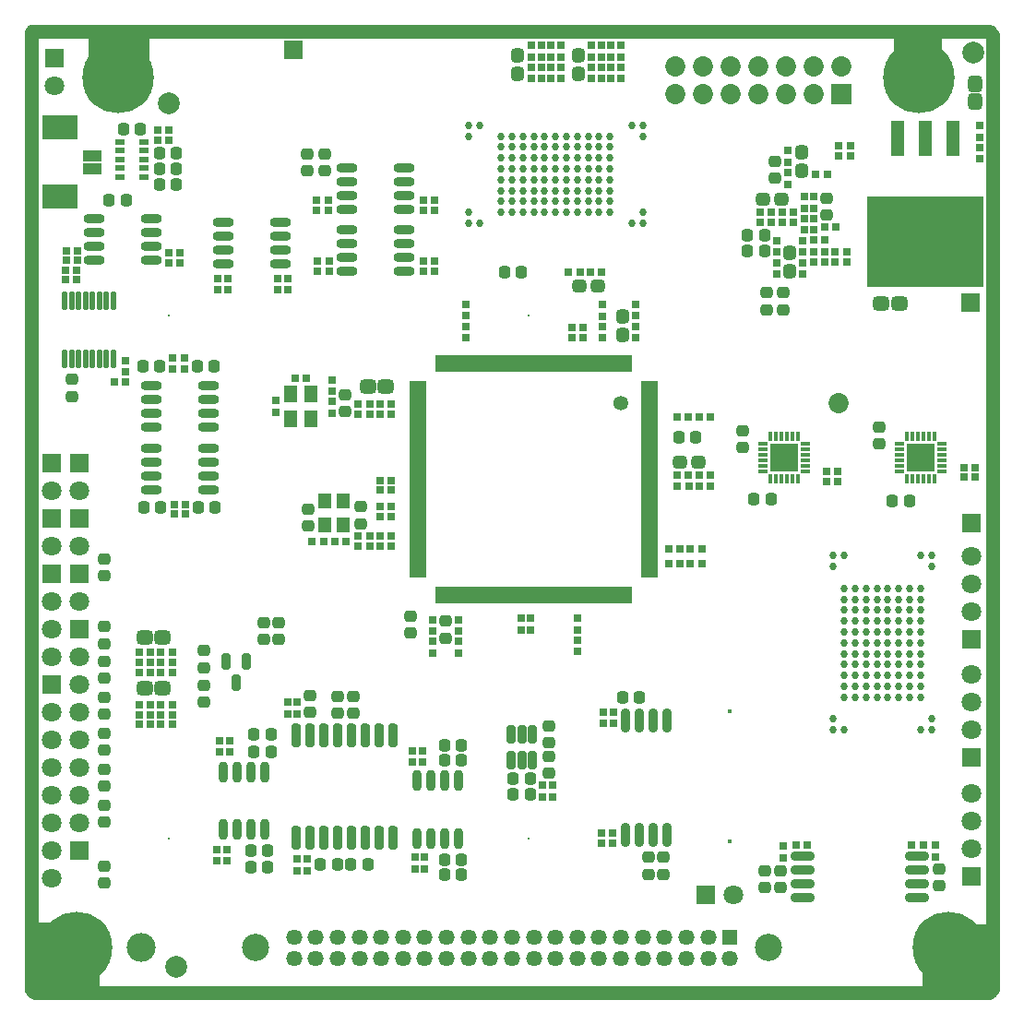
<source format=gbr>
G04*
G04 #@! TF.GenerationSoftware,Altium Limited,Altium Designer,24.9.1 (31)*
G04*
G04 Layer_Color=16711935*
%FSLAX44Y44*%
%MOMM*%
G71*
G04*
G04 #@! TF.SameCoordinates,6A9D4D84-9140-4673-ADE8-75025B522ADB*
G04*
G04*
G04 #@! TF.FilePolarity,Negative*
G04*
G01*
G75*
%ADD53C,1.3000*%
%ADD54R,5.5478X2.9001*%
%ADD56R,6.8000X6.4000*%
%ADD57R,6.5000X6.7000*%
%ADD58R,1.1532X1.4032*%
G04:AMPARAMS|DCode=59|XSize=1.8432mm|YSize=0.7932mm|CornerRadius=0.2491mm|HoleSize=0mm|Usage=FLASHONLY|Rotation=0.000|XOffset=0mm|YOffset=0mm|HoleType=Round|Shape=RoundedRectangle|*
%AMROUNDEDRECTD59*
21,1,1.8432,0.2950,0,0,0.0*
21,1,1.3450,0.7932,0,0,0.0*
1,1,0.4982,0.6725,-0.1475*
1,1,0.4982,-0.6725,-0.1475*
1,1,0.4982,-0.6725,0.1475*
1,1,0.4982,0.6725,0.1475*
%
%ADD59ROUNDEDRECTD59*%
G04:AMPARAMS|DCode=60|XSize=1.1532mm|YSize=1.0532mm|CornerRadius=0.3141mm|HoleSize=0mm|Usage=FLASHONLY|Rotation=270.000|XOffset=0mm|YOffset=0mm|HoleType=Round|Shape=RoundedRectangle|*
%AMROUNDEDRECTD60*
21,1,1.1532,0.4250,0,0,270.0*
21,1,0.5250,1.0532,0,0,270.0*
1,1,0.6282,-0.2125,-0.2625*
1,1,0.6282,-0.2125,0.2625*
1,1,0.6282,0.2125,0.2625*
1,1,0.6282,0.2125,-0.2625*
%
%ADD60ROUNDEDRECTD60*%
G04:AMPARAMS|DCode=71|XSize=1.1532mm|YSize=1.0532mm|CornerRadius=0.3141mm|HoleSize=0mm|Usage=FLASHONLY|Rotation=180.000|XOffset=0mm|YOffset=0mm|HoleType=Round|Shape=RoundedRectangle|*
%AMROUNDEDRECTD71*
21,1,1.1532,0.4250,0,0,180.0*
21,1,0.5250,1.0532,0,0,180.0*
1,1,0.6282,-0.2625,0.2125*
1,1,0.6282,0.2625,0.2125*
1,1,0.6282,0.2625,-0.2125*
1,1,0.6282,-0.2625,-0.2125*
%
%ADD71ROUNDEDRECTD71*%
G04:AMPARAMS|DCode=72|XSize=0.75mm|YSize=0.7mm|CornerRadius=0.2mm|HoleSize=0mm|Usage=FLASHONLY|Rotation=180.000|XOffset=0mm|YOffset=0mm|HoleType=Round|Shape=RoundedRectangle|*
%AMROUNDEDRECTD72*
21,1,0.7500,0.3000,0,0,180.0*
21,1,0.3500,0.7000,0,0,180.0*
1,1,0.4000,-0.1750,0.1500*
1,1,0.4000,0.1750,0.1500*
1,1,0.4000,0.1750,-0.1500*
1,1,0.4000,-0.1750,-0.1500*
%
%ADD72ROUNDEDRECTD72*%
G04:AMPARAMS|DCode=73|XSize=0.75mm|YSize=0.7mm|CornerRadius=0.2mm|HoleSize=0mm|Usage=FLASHONLY|Rotation=270.000|XOffset=0mm|YOffset=0mm|HoleType=Round|Shape=RoundedRectangle|*
%AMROUNDEDRECTD73*
21,1,0.7500,0.3000,0,0,270.0*
21,1,0.3500,0.7000,0,0,270.0*
1,1,0.4000,-0.1500,-0.1750*
1,1,0.4000,-0.1500,0.1750*
1,1,0.4000,0.1500,0.1750*
1,1,0.4000,0.1500,-0.1750*
%
%ADD73ROUNDEDRECTD73*%
G04:AMPARAMS|DCode=88|XSize=1.3032mm|YSize=1.5032mm|CornerRadius=0.3516mm|HoleSize=0mm|Usage=FLASHONLY|Rotation=180.000|XOffset=0mm|YOffset=0mm|HoleType=Round|Shape=RoundedRectangle|*
%AMROUNDEDRECTD88*
21,1,1.3032,0.8000,0,0,180.0*
21,1,0.6000,1.5032,0,0,180.0*
1,1,0.7032,-0.3000,0.4000*
1,1,0.7032,0.3000,0.4000*
1,1,0.7032,0.3000,-0.4000*
1,1,0.7032,-0.3000,-0.4000*
%
%ADD88ROUNDEDRECTD88*%
G04:AMPARAMS|DCode=89|XSize=1.3032mm|YSize=1.2032mm|CornerRadius=0.3516mm|HoleSize=0mm|Usage=FLASHONLY|Rotation=270.000|XOffset=0mm|YOffset=0mm|HoleType=Round|Shape=RoundedRectangle|*
%AMROUNDEDRECTD89*
21,1,1.3032,0.5000,0,0,270.0*
21,1,0.6000,1.2032,0,0,270.0*
1,1,0.7032,-0.2500,-0.3000*
1,1,0.7032,-0.2500,0.3000*
1,1,0.7032,0.2500,0.3000*
1,1,0.7032,0.2500,-0.3000*
%
%ADD89ROUNDEDRECTD89*%
%ADD90C,2.0000*%
%ADD91C,2.6532*%
%ADD92C,1.8032*%
%ADD93R,1.8032X1.8032*%
%ADD94R,1.8032X1.8032*%
%ADD95C,2.5032*%
%ADD96R,1.4612X1.4612*%
%ADD97C,1.4612*%
%ADD98C,1.3532*%
%ADD99C,1.8532*%
%ADD102R,1.8532X1.8532*%
%ADD103C,1.5240*%
%ADD104C,6.5532*%
%ADD105C,0.5000*%
%ADD137C,0.4000*%
%ADD166R,4.5138X2.7001*%
G04:AMPARAMS|DCode=167|XSize=1.3032mm|YSize=1.2032mm|CornerRadius=0.3516mm|HoleSize=0mm|Usage=FLASHONLY|Rotation=0.000|XOffset=0mm|YOffset=0mm|HoleType=Round|Shape=RoundedRectangle|*
%AMROUNDEDRECTD167*
21,1,1.3032,0.5000,0,0,0.0*
21,1,0.6000,1.2032,0,0,0.0*
1,1,0.7032,0.3000,-0.2500*
1,1,0.7032,-0.3000,-0.2500*
1,1,0.7032,-0.3000,0.2500*
1,1,0.7032,0.3000,0.2500*
%
%ADD167ROUNDEDRECTD167*%
%ADD168R,10.6532X8.3032*%
%ADD169R,1.2032X3.2032*%
%ADD170C,0.6932*%
G04:AMPARAMS|DCode=171|XSize=0.9mm|YSize=0.36mm|CornerRadius=0.115mm|HoleSize=0mm|Usage=FLASHONLY|Rotation=180.000|XOffset=0mm|YOffset=0mm|HoleType=Round|Shape=RoundedRectangle|*
%AMROUNDEDRECTD171*
21,1,0.9000,0.1300,0,0,180.0*
21,1,0.6700,0.3600,0,0,180.0*
1,1,0.2300,-0.3350,0.0650*
1,1,0.2300,0.3350,0.0650*
1,1,0.2300,0.3350,-0.0650*
1,1,0.2300,-0.3350,-0.0650*
%
%ADD171ROUNDEDRECTD171*%
G04:AMPARAMS|DCode=172|XSize=0.36mm|YSize=0.9mm|CornerRadius=0.115mm|HoleSize=0mm|Usage=FLASHONLY|Rotation=180.000|XOffset=0mm|YOffset=0mm|HoleType=Round|Shape=RoundedRectangle|*
%AMROUNDEDRECTD172*
21,1,0.3600,0.6700,0,0,180.0*
21,1,0.1300,0.9000,0,0,180.0*
1,1,0.2300,-0.0650,0.3350*
1,1,0.2300,0.0650,0.3350*
1,1,0.2300,0.0650,-0.3350*
1,1,0.2300,-0.0650,-0.3350*
%
%ADD172ROUNDEDRECTD172*%
%ADD173R,2.6532X2.6532*%
%ADD174R,0.9000X0.6000*%
G04:AMPARAMS|DCode=175|XSize=1.6532mm|YSize=0.7932mm|CornerRadius=0.1754mm|HoleSize=0mm|Usage=FLASHONLY|Rotation=90.000|XOffset=0mm|YOffset=0mm|HoleType=Round|Shape=RoundedRectangle|*
%AMROUNDEDRECTD175*
21,1,1.6532,0.4425,0,0,90.0*
21,1,1.3025,0.7932,0,0,90.0*
1,1,0.3507,0.2213,0.6513*
1,1,0.3507,0.2213,-0.6513*
1,1,0.3507,-0.2213,-0.6513*
1,1,0.3507,-0.2213,0.6513*
%
%ADD175ROUNDEDRECTD175*%
G04:AMPARAMS|DCode=176|XSize=1.8432mm|YSize=0.7932mm|CornerRadius=0.2491mm|HoleSize=0mm|Usage=FLASHONLY|Rotation=270.000|XOffset=0mm|YOffset=0mm|HoleType=Round|Shape=RoundedRectangle|*
%AMROUNDEDRECTD176*
21,1,1.8432,0.2950,0,0,270.0*
21,1,1.3450,0.7932,0,0,270.0*
1,1,0.4982,-0.1475,-0.6725*
1,1,0.4982,-0.1475,0.6725*
1,1,0.4982,0.1475,0.6725*
1,1,0.4982,0.1475,-0.6725*
%
%ADD176ROUNDEDRECTD176*%
G04:AMPARAMS|DCode=177|XSize=2.1571mm|YSize=0.7853mm|CornerRadius=0.2471mm|HoleSize=0mm|Usage=FLASHONLY|Rotation=180.000|XOffset=0mm|YOffset=0mm|HoleType=Round|Shape=RoundedRectangle|*
%AMROUNDEDRECTD177*
21,1,2.1571,0.2911,0,0,180.0*
21,1,1.6629,0.7853,0,0,180.0*
1,1,0.4943,-0.8314,0.1455*
1,1,0.4943,0.8314,0.1455*
1,1,0.4943,0.8314,-0.1455*
1,1,0.4943,-0.8314,-0.1455*
%
%ADD177ROUNDEDRECTD177*%
G04:AMPARAMS|DCode=178|XSize=2.1571mm|YSize=0.7853mm|CornerRadius=0.2471mm|HoleSize=0mm|Usage=FLASHONLY|Rotation=270.000|XOffset=0mm|YOffset=0mm|HoleType=Round|Shape=RoundedRectangle|*
%AMROUNDEDRECTD178*
21,1,2.1571,0.2911,0,0,270.0*
21,1,1.6629,0.7853,0,0,270.0*
1,1,0.4943,-0.1455,-0.8314*
1,1,0.4943,-0.1455,0.8314*
1,1,0.4943,0.1455,0.8314*
1,1,0.4943,0.1455,-0.8314*
%
%ADD178ROUNDEDRECTD178*%
G04:AMPARAMS|DCode=179|XSize=2.1532mm|YSize=0.8532mm|CornerRadius=0.2641mm|HoleSize=0mm|Usage=FLASHONLY|Rotation=270.000|XOffset=0mm|YOffset=0mm|HoleType=Round|Shape=RoundedRectangle|*
%AMROUNDEDRECTD179*
21,1,2.1532,0.3250,0,0,270.0*
21,1,1.6250,0.8532,0,0,270.0*
1,1,0.5282,-0.1625,-0.8125*
1,1,0.5282,-0.1625,0.8125*
1,1,0.5282,0.1625,0.8125*
1,1,0.5282,0.1625,-0.8125*
%
%ADD179ROUNDEDRECTD179*%
G04:AMPARAMS|DCode=180|XSize=1.7402mm|YSize=0.4956mm|CornerRadius=0.1589mm|HoleSize=0mm|Usage=FLASHONLY|Rotation=90.000|XOffset=0mm|YOffset=0mm|HoleType=Round|Shape=RoundedRectangle|*
%AMROUNDEDRECTD180*
21,1,1.7402,0.1778,0,0,90.0*
21,1,1.4224,0.4956,0,0,90.0*
1,1,0.3178,0.0889,0.7112*
1,1,0.3178,0.0889,-0.7112*
1,1,0.3178,-0.0889,-0.7112*
1,1,0.3178,-0.0889,0.7112*
%
%ADD180ROUNDEDRECTD180*%
G04:AMPARAMS|DCode=181|XSize=0.5532mm|YSize=1.5532mm|CornerRadius=0.1891mm|HoleSize=0mm|Usage=FLASHONLY|Rotation=0.000|XOffset=0mm|YOffset=0mm|HoleType=Round|Shape=RoundedRectangle|*
%AMROUNDEDRECTD181*
21,1,0.5532,1.1750,0,0,0.0*
21,1,0.1750,1.5532,0,0,0.0*
1,1,0.3782,0.0875,-0.5875*
1,1,0.3782,-0.0875,-0.5875*
1,1,0.3782,-0.0875,0.5875*
1,1,0.3782,0.0875,0.5875*
%
%ADD181ROUNDEDRECTD181*%
G04:AMPARAMS|DCode=182|XSize=1.5532mm|YSize=0.5532mm|CornerRadius=0.1891mm|HoleSize=0mm|Usage=FLASHONLY|Rotation=0.000|XOffset=0mm|YOffset=0mm|HoleType=Round|Shape=RoundedRectangle|*
%AMROUNDEDRECTD182*
21,1,1.5532,0.1750,0,0,0.0*
21,1,1.1750,0.5532,0,0,0.0*
1,1,0.3782,0.5875,-0.0875*
1,1,0.3782,-0.5875,-0.0875*
1,1,0.3782,-0.5875,0.0875*
1,1,0.3782,0.5875,0.0875*
%
%ADD182ROUNDEDRECTD182*%
%ADD183R,1.3032X1.5032*%
G04:AMPARAMS|DCode=184|XSize=1.3032mm|YSize=1.5032mm|CornerRadius=0.3516mm|HoleSize=0mm|Usage=FLASHONLY|Rotation=270.000|XOffset=0mm|YOffset=0mm|HoleType=Round|Shape=RoundedRectangle|*
%AMROUNDEDRECTD184*
21,1,1.3032,0.8000,0,0,270.0*
21,1,0.6000,1.5032,0,0,270.0*
1,1,0.7032,-0.4000,-0.3000*
1,1,0.7032,-0.4000,0.3000*
1,1,0.7032,0.4000,0.3000*
1,1,0.7032,0.4000,-0.3000*
%
%ADD184ROUNDEDRECTD184*%
%ADD185R,3.2032X2.3032*%
%ADD186R,1.8032X1.0032*%
G04:AMPARAMS|DCode=187|XSize=1.5232mm|YSize=0.8032mm|CornerRadius=0.1766mm|HoleSize=0mm|Usage=FLASHONLY|Rotation=270.000|XOffset=0mm|YOffset=0mm|HoleType=Round|Shape=RoundedRectangle|*
%AMROUNDEDRECTD187*
21,1,1.5232,0.4500,0,0,270.0*
21,1,1.1700,0.8032,0,0,270.0*
1,1,0.3532,-0.2250,-0.5850*
1,1,0.3532,-0.2250,0.5850*
1,1,0.3532,0.2250,0.5850*
1,1,0.3532,0.2250,-0.5850*
%
%ADD187ROUNDEDRECTD187*%
%ADD188C,0.2032*%
D53*
X888000Y9000D02*
G03*
X891000Y12000I0J3000D01*
G01*
X10010Y891000D02*
G03*
X9000Y889990I0J-1010D01*
G01*
Y12000D02*
G03*
X12000Y9000I3000J0D01*
G01*
X891000Y888000D02*
G03*
X888000Y891000I-3000J0D01*
G01*
X891000Y12000D02*
Y888000D01*
X10010Y891000D02*
X888000D01*
X12000Y9000D02*
X888000D01*
X9000Y12000D02*
Y889990D01*
D54*
X89261Y876500D02*
D03*
D56*
X860700Y39000D02*
D03*
D57*
X39500Y40500D02*
D03*
D58*
X278000Y438000D02*
D03*
Y460000D02*
D03*
X295500D02*
D03*
Y438000D02*
D03*
D59*
X171350Y566050D02*
D03*
Y553350D02*
D03*
Y540650D02*
D03*
Y527950D02*
D03*
X118650D02*
D03*
Y540650D02*
D03*
Y553350D02*
D03*
Y566050D02*
D03*
X118650Y469950D02*
D03*
Y482650D02*
D03*
Y495350D02*
D03*
Y508050D02*
D03*
X171350D02*
D03*
Y495350D02*
D03*
Y482650D02*
D03*
Y469950D02*
D03*
X66650Y680950D02*
D03*
Y693650D02*
D03*
Y706350D02*
D03*
Y719050D02*
D03*
X119350D02*
D03*
Y706350D02*
D03*
Y693650D02*
D03*
Y680950D02*
D03*
X298650Y727950D02*
D03*
Y740650D02*
D03*
Y753350D02*
D03*
Y766050D02*
D03*
X351350D02*
D03*
Y753350D02*
D03*
Y740650D02*
D03*
Y727950D02*
D03*
X184650Y677950D02*
D03*
Y690650D02*
D03*
Y703350D02*
D03*
Y716050D02*
D03*
X237350D02*
D03*
Y703350D02*
D03*
Y690650D02*
D03*
Y677950D02*
D03*
X298650Y670950D02*
D03*
Y683650D02*
D03*
Y696350D02*
D03*
Y709050D02*
D03*
X351350D02*
D03*
Y696350D02*
D03*
Y683650D02*
D03*
Y670950D02*
D03*
D60*
X127000Y584000D02*
D03*
X111500D02*
D03*
X603250Y519000D02*
D03*
X618750D02*
D03*
X687750Y462000D02*
D03*
X672250D02*
D03*
X814750Y460000D02*
D03*
X799250D02*
D03*
X443250Y670000D02*
D03*
X458750D02*
D03*
X80250Y736000D02*
D03*
X95750D02*
D03*
X141750Y779000D02*
D03*
X126250D02*
D03*
X141750Y751000D02*
D03*
X126250D02*
D03*
X141750Y765000D02*
D03*
X126250D02*
D03*
X93250Y801500D02*
D03*
X108750D02*
D03*
X451250Y205000D02*
D03*
X466750D02*
D03*
X451250Y191000D02*
D03*
X466750D02*
D03*
X161000Y584000D02*
D03*
X176500D02*
D03*
X162250Y454000D02*
D03*
X177750D02*
D03*
X112250D02*
D03*
X127750D02*
D03*
X666250Y704000D02*
D03*
X681750D02*
D03*
X666250Y690000D02*
D03*
X681750D02*
D03*
X228750Y230000D02*
D03*
X213250D02*
D03*
X225750Y139000D02*
D03*
X210250D02*
D03*
X228750Y246000D02*
D03*
X213250D02*
D03*
X225750Y124000D02*
D03*
X210250D02*
D03*
X403750Y222000D02*
D03*
X388250D02*
D03*
X403750Y131000D02*
D03*
X388250D02*
D03*
X403750Y236000D02*
D03*
X388250D02*
D03*
X403750Y117000D02*
D03*
X388250D02*
D03*
X551250Y280000D02*
D03*
X566750D02*
D03*
X274250Y127000D02*
D03*
X289750D02*
D03*
X317750D02*
D03*
X302250D02*
D03*
D71*
X76000Y344750D02*
D03*
Y329250D02*
D03*
X311000Y454750D02*
D03*
Y439250D02*
D03*
X262750Y437250D02*
D03*
Y452750D02*
D03*
X76000Y109250D02*
D03*
Y124750D02*
D03*
X76000Y406750D02*
D03*
Y391250D02*
D03*
X167000Y290750D02*
D03*
Y275250D02*
D03*
X76000Y180750D02*
D03*
Y165250D02*
D03*
Y213750D02*
D03*
Y198250D02*
D03*
X236000Y348750D02*
D03*
Y333250D02*
D03*
X76000Y312750D02*
D03*
Y297250D02*
D03*
X167000Y322750D02*
D03*
Y307250D02*
D03*
X76000Y231250D02*
D03*
Y246750D02*
D03*
Y264250D02*
D03*
Y279750D02*
D03*
X297000Y557750D02*
D03*
Y542250D02*
D03*
X662000Y524750D02*
D03*
Y509250D02*
D03*
X787000Y527750D02*
D03*
Y512250D02*
D03*
X222000Y333250D02*
D03*
Y348750D02*
D03*
X484000Y210250D02*
D03*
Y225750D02*
D03*
Y238250D02*
D03*
Y253750D02*
D03*
X738990Y722745D02*
D03*
Y738244D02*
D03*
X691000Y771750D02*
D03*
Y756250D02*
D03*
X698990Y651245D02*
D03*
Y635745D02*
D03*
X683990Y651245D02*
D03*
Y635745D02*
D03*
X842000Y122750D02*
D03*
Y107250D02*
D03*
X696000Y120750D02*
D03*
Y105250D02*
D03*
X682000D02*
D03*
Y120750D02*
D03*
X575000Y117500D02*
D03*
Y133000D02*
D03*
X589000D02*
D03*
Y117500D02*
D03*
X304000Y280750D02*
D03*
Y265250D02*
D03*
X265000Y281750D02*
D03*
Y266250D02*
D03*
X290000Y265250D02*
D03*
Y280750D02*
D03*
X46000Y571750D02*
D03*
Y556250D02*
D03*
X278000Y778750D02*
D03*
Y763250D02*
D03*
X262000Y778750D02*
D03*
Y763250D02*
D03*
X357000Y354750D02*
D03*
Y339250D02*
D03*
X388796Y349750D02*
D03*
Y334250D02*
D03*
D72*
X138250Y303000D02*
D03*
X127750D02*
D03*
X138250Y312000D02*
D03*
X127750D02*
D03*
X138250Y321000D02*
D03*
X127750D02*
D03*
X138250Y255000D02*
D03*
X127750D02*
D03*
X138250Y264000D02*
D03*
X127750D02*
D03*
X138250Y273000D02*
D03*
X127750D02*
D03*
X118250Y303000D02*
D03*
X107750D02*
D03*
X118250Y312000D02*
D03*
X107750D02*
D03*
X118250Y321000D02*
D03*
X107750D02*
D03*
X118250Y255000D02*
D03*
X107750D02*
D03*
X118250Y264000D02*
D03*
X107750D02*
D03*
X118250Y273000D02*
D03*
X107750D02*
D03*
X760500Y786000D02*
D03*
X750000D02*
D03*
Y777000D02*
D03*
X760500D02*
D03*
X604250Y416000D02*
D03*
X593750D02*
D03*
X612046Y484000D02*
D03*
X601546D02*
D03*
X328750Y428000D02*
D03*
X339250D02*
D03*
X624250Y416000D02*
D03*
X613750D02*
D03*
X632046Y484000D02*
D03*
X621546D02*
D03*
X308750Y428000D02*
D03*
X319250D02*
D03*
X328750Y540000D02*
D03*
X339250D02*
D03*
X328750Y549000D02*
D03*
X339250D02*
D03*
X515250Y610000D02*
D03*
X504750D02*
D03*
X612046Y537000D02*
D03*
X601546D02*
D03*
X604296Y403000D02*
D03*
X593796D02*
D03*
X328750Y419000D02*
D03*
X339250D02*
D03*
X328750Y455000D02*
D03*
X339250D02*
D03*
X328750Y479000D02*
D03*
X339250D02*
D03*
X612296Y474000D02*
D03*
X601796D02*
D03*
X308750Y540000D02*
D03*
X319250D02*
D03*
X308750Y549000D02*
D03*
X319250D02*
D03*
X504750Y619000D02*
D03*
X515250D02*
D03*
X632046Y537000D02*
D03*
X621546D02*
D03*
X624296Y403000D02*
D03*
X613796D02*
D03*
X308750Y419000D02*
D03*
X319250D02*
D03*
X339250Y446000D02*
D03*
X328750D02*
D03*
X339250Y470000D02*
D03*
X328750D02*
D03*
X632296Y474000D02*
D03*
X621796D02*
D03*
X287500Y423000D02*
D03*
X298000D02*
D03*
X266500D02*
D03*
X277000D02*
D03*
X261500Y573000D02*
D03*
X251000D02*
D03*
X726490Y679494D02*
D03*
X736990D02*
D03*
X726490Y688494D02*
D03*
X736990D02*
D03*
X721250Y144000D02*
D03*
X710750D02*
D03*
X827250D02*
D03*
X816750D02*
D03*
X531750Y146000D02*
D03*
X542250D02*
D03*
Y155000D02*
D03*
X531750D02*
D03*
X40000Y663000D02*
D03*
X50500D02*
D03*
Y672000D02*
D03*
X40000D02*
D03*
X84750Y569000D02*
D03*
X95250D02*
D03*
X134750Y679000D02*
D03*
X145250D02*
D03*
X145250Y688000D02*
D03*
X134750D02*
D03*
X40750Y681000D02*
D03*
X51250D02*
D03*
Y690000D02*
D03*
X40750D02*
D03*
X379250Y671000D02*
D03*
X368750D02*
D03*
X271750Y671000D02*
D03*
X282250D02*
D03*
X368750Y680000D02*
D03*
X379250D02*
D03*
X282250D02*
D03*
X271750D02*
D03*
X270750Y727000D02*
D03*
X281250D02*
D03*
X379250Y727000D02*
D03*
X368750D02*
D03*
X281250Y736000D02*
D03*
X270750D02*
D03*
X368750Y736000D02*
D03*
X379250D02*
D03*
X726740Y699494D02*
D03*
X737240D02*
D03*
X738750Y487000D02*
D03*
X749250D02*
D03*
Y478000D02*
D03*
X738750D02*
D03*
X864750Y491000D02*
D03*
X875250D02*
D03*
Y482000D02*
D03*
X864750D02*
D03*
X521750Y669797D02*
D03*
X532250D02*
D03*
X501750D02*
D03*
X512250D02*
D03*
X124750Y791000D02*
D03*
X135250D02*
D03*
Y800500D02*
D03*
X124750D02*
D03*
X150250Y448000D02*
D03*
X139750D02*
D03*
Y457000D02*
D03*
X150250D02*
D03*
X149250Y581000D02*
D03*
X138750D02*
D03*
X149250Y591000D02*
D03*
X138750D02*
D03*
X728750Y760000D02*
D03*
X739250D02*
D03*
X688250Y725000D02*
D03*
X677750D02*
D03*
X688250Y716000D02*
D03*
X677750D02*
D03*
X736750Y712000D02*
D03*
X747250D02*
D03*
X746490Y679494D02*
D03*
X756990D02*
D03*
X746490Y688494D02*
D03*
X756990D02*
D03*
X708250Y725000D02*
D03*
X697750D02*
D03*
X708250Y716000D02*
D03*
X697750D02*
D03*
D73*
X726990Y728995D02*
D03*
Y739494D02*
D03*
X285000Y551250D02*
D03*
Y540750D02*
D03*
X692990Y698995D02*
D03*
Y688494D02*
D03*
X400796Y340500D02*
D03*
Y351000D02*
D03*
X532796Y620250D02*
D03*
Y609750D02*
D03*
X563796Y620564D02*
D03*
Y610064D02*
D03*
X400796Y320750D02*
D03*
Y331250D02*
D03*
X532796Y640250D02*
D03*
Y629750D02*
D03*
X563796Y640564D02*
D03*
Y630064D02*
D03*
X407796Y620564D02*
D03*
Y610064D02*
D03*
X510000Y341750D02*
D03*
Y352250D02*
D03*
X458796Y341750D02*
D03*
Y352250D02*
D03*
X376796Y340750D02*
D03*
Y351250D02*
D03*
X407796Y640564D02*
D03*
Y630064D02*
D03*
X510000Y321750D02*
D03*
Y332250D02*
D03*
X467000Y352250D02*
D03*
Y341750D02*
D03*
X377000Y320750D02*
D03*
Y331250D02*
D03*
X233000Y541750D02*
D03*
Y552250D02*
D03*
X182000Y240250D02*
D03*
Y229750D02*
D03*
X188000Y129750D02*
D03*
Y140250D02*
D03*
X191000Y229750D02*
D03*
Y240250D02*
D03*
X179000Y140250D02*
D03*
Y129750D02*
D03*
X359000Y231000D02*
D03*
Y220500D02*
D03*
X361000Y122750D02*
D03*
Y133250D02*
D03*
X368000Y220500D02*
D03*
Y231000D02*
D03*
X370000Y133250D02*
D03*
Y122750D02*
D03*
X699000Y132750D02*
D03*
Y143250D02*
D03*
X839000Y133750D02*
D03*
Y144250D02*
D03*
X543000Y266250D02*
D03*
Y255750D02*
D03*
X534000Y255750D02*
D03*
Y266250D02*
D03*
X253000Y131250D02*
D03*
Y120750D02*
D03*
X244000Y275250D02*
D03*
Y264750D02*
D03*
X262000Y120750D02*
D03*
Y131250D02*
D03*
X253000Y264750D02*
D03*
Y275250D02*
D03*
X95000Y578750D02*
D03*
Y589250D02*
D03*
X180000Y653750D02*
D03*
Y664250D02*
D03*
X235000Y653750D02*
D03*
Y664250D02*
D03*
X189000Y664250D02*
D03*
Y653750D02*
D03*
X244000Y664250D02*
D03*
Y653750D02*
D03*
X285000Y571250D02*
D03*
Y560750D02*
D03*
X879000Y794000D02*
D03*
Y804500D02*
D03*
Y774000D02*
D03*
Y784500D02*
D03*
X467796Y858250D02*
D03*
Y847750D02*
D03*
X476796Y858250D02*
D03*
Y847750D02*
D03*
X485796Y858250D02*
D03*
Y847750D02*
D03*
X494796Y858250D02*
D03*
Y847750D02*
D03*
X522796Y858250D02*
D03*
Y847750D02*
D03*
X531796Y858250D02*
D03*
Y847750D02*
D03*
X540796Y858250D02*
D03*
Y847750D02*
D03*
X549796Y858250D02*
D03*
Y847750D02*
D03*
X467796Y878250D02*
D03*
Y867750D02*
D03*
X476796Y878250D02*
D03*
Y867750D02*
D03*
X485796Y878250D02*
D03*
Y867750D02*
D03*
X494796Y878250D02*
D03*
Y867750D02*
D03*
X522796Y878250D02*
D03*
Y867750D02*
D03*
X531796Y878250D02*
D03*
Y867750D02*
D03*
X540796Y878250D02*
D03*
Y867750D02*
D03*
X549796Y878250D02*
D03*
Y867750D02*
D03*
X487000Y199250D02*
D03*
Y188750D02*
D03*
X478000D02*
D03*
Y199250D02*
D03*
X703480Y750994D02*
D03*
Y761495D02*
D03*
Y770994D02*
D03*
Y781495D02*
D03*
X726990Y708995D02*
D03*
Y719494D02*
D03*
X717990Y728995D02*
D03*
Y739494D02*
D03*
X716990Y678995D02*
D03*
Y668494D02*
D03*
X692990Y678995D02*
D03*
Y668494D02*
D03*
X717990Y708995D02*
D03*
Y719494D02*
D03*
X716990Y698995D02*
D03*
Y688494D02*
D03*
D88*
X875000Y826750D02*
D03*
Y843250D02*
D03*
D89*
X715480Y780495D02*
D03*
Y763494D02*
D03*
X551796Y612814D02*
D03*
Y629814D02*
D03*
X455000Y852500D02*
D03*
Y869500D02*
D03*
X511000D02*
D03*
Y852500D02*
D03*
X704990Y687995D02*
D03*
Y670994D02*
D03*
D90*
X135000Y825000D02*
D03*
X142000Y33000D02*
D03*
X873000Y872000D02*
D03*
D91*
X110000Y50000D02*
D03*
D92*
X27400Y469900D02*
D03*
Y419100D02*
D03*
X52800Y368300D02*
D03*
Y317500D02*
D03*
Y469900D02*
D03*
Y419100D02*
D03*
X30000Y841000D02*
D03*
X27400Y317500D02*
D03*
Y342900D02*
D03*
Y368300D02*
D03*
X653000Y99000D02*
D03*
X872000Y191400D02*
D03*
Y166000D02*
D03*
Y140600D02*
D03*
Y300800D02*
D03*
Y275400D02*
D03*
Y250000D02*
D03*
Y409800D02*
D03*
Y384400D02*
D03*
Y359000D02*
D03*
X52800Y215900D02*
D03*
Y190500D02*
D03*
Y165100D02*
D03*
Y241300D02*
D03*
Y266700D02*
D03*
Y292100D02*
D03*
X27400Y139700D02*
D03*
Y165100D02*
D03*
Y190500D02*
D03*
Y266700D02*
D03*
Y241300D02*
D03*
Y215900D02*
D03*
Y114300D02*
D03*
D93*
Y495300D02*
D03*
Y444500D02*
D03*
X52800Y393700D02*
D03*
Y342900D02*
D03*
Y495300D02*
D03*
Y444500D02*
D03*
X30000Y866400D02*
D03*
X27400Y393700D02*
D03*
X872000Y440000D02*
D03*
Y115200D02*
D03*
Y224600D02*
D03*
Y333600D02*
D03*
X52800Y139700D02*
D03*
X27400Y292100D02*
D03*
X249000Y874000D02*
D03*
D94*
X627600Y99000D02*
D03*
X871000Y642000D02*
D03*
D95*
X685000Y50000D02*
D03*
X215000D02*
D03*
D96*
X650000Y60000D02*
D03*
D97*
Y40000D02*
D03*
X630000Y60000D02*
D03*
Y40000D02*
D03*
X610000Y60000D02*
D03*
Y40000D02*
D03*
X590000Y60000D02*
D03*
Y40000D02*
D03*
X570000Y60000D02*
D03*
Y40000D02*
D03*
X550000Y60000D02*
D03*
Y40000D02*
D03*
X530000Y60000D02*
D03*
Y40000D02*
D03*
X510000Y60000D02*
D03*
Y40000D02*
D03*
X490000Y60000D02*
D03*
Y40000D02*
D03*
X470000Y60000D02*
D03*
Y40000D02*
D03*
X450000Y60000D02*
D03*
Y40000D02*
D03*
X430000Y60000D02*
D03*
Y40000D02*
D03*
X410000Y60000D02*
D03*
Y40000D02*
D03*
X390000Y60000D02*
D03*
Y40000D02*
D03*
X370000Y60000D02*
D03*
Y40000D02*
D03*
X350000Y60000D02*
D03*
Y40000D02*
D03*
X330000Y60000D02*
D03*
Y40000D02*
D03*
X310000Y60000D02*
D03*
Y40000D02*
D03*
X290000Y60000D02*
D03*
Y40000D02*
D03*
X270000Y60000D02*
D03*
Y40000D02*
D03*
X250000Y60000D02*
D03*
Y40000D02*
D03*
D98*
X550000Y550000D02*
D03*
D99*
X750000D02*
D03*
X752200Y858700D02*
D03*
X726800Y833300D02*
D03*
Y858700D02*
D03*
X701400Y833300D02*
D03*
Y858700D02*
D03*
X676000Y833300D02*
D03*
Y858700D02*
D03*
X650600Y833300D02*
D03*
Y858700D02*
D03*
X625200Y833300D02*
D03*
Y858700D02*
D03*
X599800Y833300D02*
D03*
Y858700D02*
D03*
D102*
X752200Y833300D02*
D03*
D103*
X839965Y833036D02*
D03*
X807635D02*
D03*
Y865365D02*
D03*
X839965D02*
D03*
X846660Y849200D02*
D03*
X823800Y826340D02*
D03*
X800940Y849200D02*
D03*
X823800Y872060D02*
D03*
X105064Y833036D02*
D03*
X72736D02*
D03*
Y865365D02*
D03*
X105064D02*
D03*
X111760Y849200D02*
D03*
X88900Y826340D02*
D03*
X66040Y849200D02*
D03*
X88900Y872060D02*
D03*
X867065Y34636D02*
D03*
X834735D02*
D03*
Y66965D02*
D03*
X867065D02*
D03*
X873760Y50800D02*
D03*
X850900Y27940D02*
D03*
X828040Y50800D02*
D03*
X850900Y73660D02*
D03*
X66965Y34636D02*
D03*
X34636D02*
D03*
Y66965D02*
D03*
X66965D02*
D03*
X73660Y50800D02*
D03*
X50800Y27940D02*
D03*
X27940Y50800D02*
D03*
X50800Y73660D02*
D03*
D104*
X823800Y849200D02*
D03*
X88900D02*
D03*
X850900Y50800D02*
D03*
X50800D02*
D03*
D105*
X888022Y891004D02*
D03*
X877002Y891001D02*
D03*
X865982D02*
D03*
X854962D02*
D03*
X843942D02*
D03*
X832922D02*
D03*
X821902D02*
D03*
X810882D02*
D03*
X799862D02*
D03*
X788842D02*
D03*
X777822D02*
D03*
X766802D02*
D03*
X755782D02*
D03*
X744762D02*
D03*
X733742D02*
D03*
X722722D02*
D03*
X711702D02*
D03*
X700682D02*
D03*
X689662D02*
D03*
X678642D02*
D03*
X667622D02*
D03*
X656602D02*
D03*
X645582D02*
D03*
X634562D02*
D03*
X623542D02*
D03*
X612522D02*
D03*
X601502D02*
D03*
X590482D02*
D03*
X579462D02*
D03*
X568442D02*
D03*
X557422D02*
D03*
X546402D02*
D03*
X535382D02*
D03*
X524362D02*
D03*
X513342D02*
D03*
X502322D02*
D03*
X491302D02*
D03*
X480282D02*
D03*
X469262D02*
D03*
X458242D02*
D03*
X447222D02*
D03*
X436202D02*
D03*
X425182D02*
D03*
X414162D02*
D03*
X403142D02*
D03*
X392122D02*
D03*
X381102D02*
D03*
X370082D02*
D03*
X359062D02*
D03*
X348042D02*
D03*
X337022D02*
D03*
X326002D02*
D03*
X314982D02*
D03*
X303962D02*
D03*
X292942D02*
D03*
X281922D02*
D03*
X270902D02*
D03*
X259882D02*
D03*
X248862D02*
D03*
X237842D02*
D03*
X226822D02*
D03*
X215802D02*
D03*
X127642D02*
D03*
X116622D02*
D03*
X105602D02*
D03*
X94582D02*
D03*
X83562D02*
D03*
X72542D02*
D03*
X61522D02*
D03*
X50502D02*
D03*
X39482D02*
D03*
X28462D02*
D03*
X17442D02*
D03*
X8999Y883919D02*
D03*
Y872899D02*
D03*
Y861879D02*
D03*
Y850859D02*
D03*
Y839839D02*
D03*
Y828819D02*
D03*
Y817799D02*
D03*
Y806779D02*
D03*
Y795759D02*
D03*
Y784739D02*
D03*
Y773719D02*
D03*
Y762699D02*
D03*
Y751679D02*
D03*
Y740659D02*
D03*
Y729639D02*
D03*
Y718619D02*
D03*
Y707599D02*
D03*
Y696579D02*
D03*
Y685559D02*
D03*
Y674539D02*
D03*
Y663519D02*
D03*
Y652499D02*
D03*
Y641479D02*
D03*
Y630459D02*
D03*
Y619439D02*
D03*
Y608419D02*
D03*
Y597399D02*
D03*
Y586379D02*
D03*
Y575359D02*
D03*
Y564339D02*
D03*
Y553319D02*
D03*
Y542299D02*
D03*
Y531279D02*
D03*
Y520259D02*
D03*
Y509239D02*
D03*
Y498219D02*
D03*
Y487199D02*
D03*
Y476179D02*
D03*
Y465159D02*
D03*
Y454139D02*
D03*
Y443119D02*
D03*
Y432099D02*
D03*
Y421079D02*
D03*
Y410059D02*
D03*
Y399039D02*
D03*
Y388019D02*
D03*
Y376999D02*
D03*
Y365979D02*
D03*
Y354959D02*
D03*
Y343939D02*
D03*
Y332919D02*
D03*
Y321899D02*
D03*
Y310879D02*
D03*
Y299859D02*
D03*
Y288839D02*
D03*
Y277819D02*
D03*
Y266800D02*
D03*
Y255779D02*
D03*
Y244760D02*
D03*
Y233739D02*
D03*
Y222719D02*
D03*
Y211700D02*
D03*
Y200679D02*
D03*
Y189660D02*
D03*
Y178640D02*
D03*
Y167619D02*
D03*
Y156600D02*
D03*
Y145580D02*
D03*
Y134559D02*
D03*
Y123540D02*
D03*
Y112520D02*
D03*
Y101500D02*
D03*
Y90480D02*
D03*
Y79460D02*
D03*
Y68440D02*
D03*
Y57420D02*
D03*
Y46400D02*
D03*
Y35380D02*
D03*
Y24360D02*
D03*
Y13340D02*
D03*
X19128Y8999D02*
D03*
X30148D02*
D03*
X41168D02*
D03*
X52188D02*
D03*
X63208D02*
D03*
X74228D02*
D03*
X85248D02*
D03*
X96268D02*
D03*
X107288D02*
D03*
X118308D02*
D03*
X129328D02*
D03*
X140348D02*
D03*
X151368D02*
D03*
X162388D02*
D03*
X173408D02*
D03*
X184428D02*
D03*
X195448D02*
D03*
X206468D02*
D03*
X217488D02*
D03*
X228508D02*
D03*
X239528D02*
D03*
X250548D02*
D03*
X261568D02*
D03*
X272588D02*
D03*
X283608D02*
D03*
X294628D02*
D03*
X305648D02*
D03*
X316668D02*
D03*
X327688D02*
D03*
X338708D02*
D03*
X349728D02*
D03*
X360748D02*
D03*
X371768D02*
D03*
X382788D02*
D03*
X393808D02*
D03*
X404828D02*
D03*
X415848D02*
D03*
X426868D02*
D03*
X437888D02*
D03*
X448908D02*
D03*
X459928D02*
D03*
X470948D02*
D03*
X481968D02*
D03*
X492988D02*
D03*
X504008D02*
D03*
X515028D02*
D03*
X526048D02*
D03*
X537068D02*
D03*
X548088D02*
D03*
X559108D02*
D03*
X570128D02*
D03*
X581148D02*
D03*
X592168D02*
D03*
X603188D02*
D03*
X614208D02*
D03*
X625228D02*
D03*
X636248D02*
D03*
X647268D02*
D03*
X658288D02*
D03*
X669308D02*
D03*
X680328D02*
D03*
X691348D02*
D03*
X702368D02*
D03*
X713388D02*
D03*
X724408D02*
D03*
X735428D02*
D03*
X746448D02*
D03*
X757468D02*
D03*
X768488D02*
D03*
X779508D02*
D03*
X790528D02*
D03*
X801548D02*
D03*
X812568D02*
D03*
X823588D02*
D03*
X834608D02*
D03*
X845628D02*
D03*
X856648D02*
D03*
X867668D02*
D03*
X878688D02*
D03*
X889695Y9522D02*
D03*
X891001Y20464D02*
D03*
Y31484D02*
D03*
Y42504D02*
D03*
Y53524D02*
D03*
Y64544D02*
D03*
Y75564D02*
D03*
Y86584D02*
D03*
Y97604D02*
D03*
Y108624D02*
D03*
Y119644D02*
D03*
Y130664D02*
D03*
Y141684D02*
D03*
Y152704D02*
D03*
Y163724D02*
D03*
Y174744D02*
D03*
Y185764D02*
D03*
Y196784D02*
D03*
Y207804D02*
D03*
Y218824D02*
D03*
Y229844D02*
D03*
Y240864D02*
D03*
Y251884D02*
D03*
Y262904D02*
D03*
Y273924D02*
D03*
Y284944D02*
D03*
Y295964D02*
D03*
Y306984D02*
D03*
Y318004D02*
D03*
Y329024D02*
D03*
Y340044D02*
D03*
Y351064D02*
D03*
Y362084D02*
D03*
Y373104D02*
D03*
Y384124D02*
D03*
Y395144D02*
D03*
Y406164D02*
D03*
Y417184D02*
D03*
Y428204D02*
D03*
Y439224D02*
D03*
Y450244D02*
D03*
Y461264D02*
D03*
Y472284D02*
D03*
Y483304D02*
D03*
Y494324D02*
D03*
Y505344D02*
D03*
Y516364D02*
D03*
Y527384D02*
D03*
Y538404D02*
D03*
Y549424D02*
D03*
Y560444D02*
D03*
Y571464D02*
D03*
Y582484D02*
D03*
Y593504D02*
D03*
Y604524D02*
D03*
Y615544D02*
D03*
Y626564D02*
D03*
Y637584D02*
D03*
Y648604D02*
D03*
Y659624D02*
D03*
Y670644D02*
D03*
Y681664D02*
D03*
Y692684D02*
D03*
Y703704D02*
D03*
Y714724D02*
D03*
Y725743D02*
D03*
Y736764D02*
D03*
Y824923D02*
D03*
Y835944D02*
D03*
Y846964D02*
D03*
Y857983D02*
D03*
Y869003D02*
D03*
Y880023D02*
D03*
D137*
X650000Y267500D02*
D03*
Y147500D02*
D03*
D166*
X822431Y877500D02*
D03*
D167*
X680500Y737000D02*
D03*
X697500D02*
D03*
X621296Y496000D02*
D03*
X604296D02*
D03*
X511500Y657796D02*
D03*
X528500D02*
D03*
D168*
X829000Y698500D02*
D03*
D169*
X854400Y793000D02*
D03*
X829000D02*
D03*
X803600D02*
D03*
D170*
X745000Y250000D02*
D03*
X755000D02*
D03*
X825000D02*
D03*
X835000D02*
D03*
X745000Y260000D02*
D03*
X835000D02*
D03*
X755000Y280000D02*
D03*
X765000D02*
D03*
X775000D02*
D03*
X785000D02*
D03*
X795000D02*
D03*
X805000D02*
D03*
X815000D02*
D03*
X825000D02*
D03*
X755000Y290000D02*
D03*
X765000D02*
D03*
X775000D02*
D03*
X785000D02*
D03*
X795000D02*
D03*
X805000D02*
D03*
X815000D02*
D03*
X825000D02*
D03*
X755000Y300000D02*
D03*
X765000D02*
D03*
X775000D02*
D03*
X785000D02*
D03*
X795000D02*
D03*
X805000D02*
D03*
X815000D02*
D03*
X825000D02*
D03*
X755000Y310000D02*
D03*
X765000D02*
D03*
X775000D02*
D03*
X785000D02*
D03*
X795000D02*
D03*
X805000D02*
D03*
X815000D02*
D03*
X825000D02*
D03*
X755000Y320000D02*
D03*
X765000D02*
D03*
X775000D02*
D03*
X785000D02*
D03*
X795000D02*
D03*
X805000D02*
D03*
X815000D02*
D03*
X825000D02*
D03*
X755000Y330000D02*
D03*
X765000D02*
D03*
X775000D02*
D03*
X785000D02*
D03*
X795000D02*
D03*
X805000D02*
D03*
X815000D02*
D03*
X825000D02*
D03*
X755000Y340000D02*
D03*
X765000D02*
D03*
X775000D02*
D03*
X785000D02*
D03*
X795000D02*
D03*
X805000D02*
D03*
X815000D02*
D03*
X825000D02*
D03*
X755000Y350000D02*
D03*
X765000D02*
D03*
X775000D02*
D03*
X785000D02*
D03*
X795000D02*
D03*
X805000D02*
D03*
X815000D02*
D03*
X825000D02*
D03*
X755000Y360000D02*
D03*
X765000D02*
D03*
X775000D02*
D03*
X785000D02*
D03*
X795000D02*
D03*
X805000D02*
D03*
X815000D02*
D03*
X825000D02*
D03*
X755000Y370000D02*
D03*
X765000D02*
D03*
X775000D02*
D03*
X785000D02*
D03*
X795000D02*
D03*
X805000D02*
D03*
X815000D02*
D03*
X825000D02*
D03*
X755000Y380000D02*
D03*
X765000D02*
D03*
X775000D02*
D03*
X785000D02*
D03*
X795000D02*
D03*
X805000D02*
D03*
X815000D02*
D03*
X825000D02*
D03*
X745000Y400000D02*
D03*
X835000D02*
D03*
X745000Y410000D02*
D03*
X755000D02*
D03*
X825000D02*
D03*
X835000D02*
D03*
X570000Y715000D02*
D03*
Y725000D02*
D03*
Y795000D02*
D03*
Y805000D02*
D03*
X560000Y715000D02*
D03*
Y805000D02*
D03*
X540000Y725000D02*
D03*
Y735000D02*
D03*
Y745000D02*
D03*
Y755000D02*
D03*
Y765000D02*
D03*
Y775000D02*
D03*
Y785000D02*
D03*
Y795000D02*
D03*
X530000Y725000D02*
D03*
Y735000D02*
D03*
Y745000D02*
D03*
Y755000D02*
D03*
Y765000D02*
D03*
Y775000D02*
D03*
Y785000D02*
D03*
Y795000D02*
D03*
X520000Y725000D02*
D03*
Y735000D02*
D03*
Y745000D02*
D03*
Y755000D02*
D03*
Y765000D02*
D03*
Y775000D02*
D03*
Y785000D02*
D03*
Y795000D02*
D03*
X510000Y725000D02*
D03*
Y735000D02*
D03*
Y745000D02*
D03*
Y755000D02*
D03*
Y765000D02*
D03*
Y775000D02*
D03*
Y785000D02*
D03*
Y795000D02*
D03*
X500000Y725000D02*
D03*
Y735000D02*
D03*
Y745000D02*
D03*
Y755000D02*
D03*
Y765000D02*
D03*
Y775000D02*
D03*
Y785000D02*
D03*
Y795000D02*
D03*
X490000Y725000D02*
D03*
Y735000D02*
D03*
Y745000D02*
D03*
Y755000D02*
D03*
Y765000D02*
D03*
Y775000D02*
D03*
Y785000D02*
D03*
Y795000D02*
D03*
X480000Y725000D02*
D03*
Y735000D02*
D03*
Y745000D02*
D03*
Y755000D02*
D03*
Y765000D02*
D03*
Y775000D02*
D03*
Y785000D02*
D03*
Y795000D02*
D03*
X470000Y725000D02*
D03*
Y735000D02*
D03*
Y745000D02*
D03*
Y755000D02*
D03*
Y765000D02*
D03*
Y775000D02*
D03*
Y785000D02*
D03*
Y795000D02*
D03*
X460000Y725000D02*
D03*
Y735000D02*
D03*
Y745000D02*
D03*
Y755000D02*
D03*
Y765000D02*
D03*
Y775000D02*
D03*
Y785000D02*
D03*
Y795000D02*
D03*
X450000Y725000D02*
D03*
Y735000D02*
D03*
Y745000D02*
D03*
Y755000D02*
D03*
Y765000D02*
D03*
Y775000D02*
D03*
Y785000D02*
D03*
Y795000D02*
D03*
X440000Y725000D02*
D03*
Y735000D02*
D03*
Y745000D02*
D03*
Y755000D02*
D03*
Y765000D02*
D03*
Y775000D02*
D03*
Y785000D02*
D03*
Y795000D02*
D03*
X420000Y715000D02*
D03*
Y805000D02*
D03*
X410000Y715000D02*
D03*
Y725000D02*
D03*
Y795000D02*
D03*
Y805000D02*
D03*
D171*
X719512Y512500D02*
D03*
Y507500D02*
D03*
Y502500D02*
D03*
Y497500D02*
D03*
Y492500D02*
D03*
Y487500D02*
D03*
X680488D02*
D03*
Y492500D02*
D03*
Y497500D02*
D03*
Y502500D02*
D03*
Y507500D02*
D03*
Y512500D02*
D03*
X844512D02*
D03*
Y507500D02*
D03*
Y502500D02*
D03*
Y497500D02*
D03*
Y492500D02*
D03*
Y487500D02*
D03*
X805488D02*
D03*
Y492500D02*
D03*
Y497500D02*
D03*
Y502500D02*
D03*
Y507500D02*
D03*
Y512500D02*
D03*
D172*
X712500Y480488D02*
D03*
Y519512D02*
D03*
X707500Y480488D02*
D03*
Y519512D02*
D03*
X702500Y480488D02*
D03*
Y519512D02*
D03*
X697500Y480488D02*
D03*
Y519512D02*
D03*
X687500Y480488D02*
D03*
Y519512D02*
D03*
X692500Y480488D02*
D03*
Y519512D02*
D03*
X837500Y480488D02*
D03*
Y519512D02*
D03*
X832500Y480488D02*
D03*
Y519512D02*
D03*
X827500Y480488D02*
D03*
Y519512D02*
D03*
X822500Y480488D02*
D03*
Y519512D02*
D03*
X812500Y480488D02*
D03*
Y519512D02*
D03*
X817500Y480488D02*
D03*
Y519512D02*
D03*
D173*
X700000Y500000D02*
D03*
X825000D02*
D03*
D174*
X90000Y789500D02*
D03*
Y781500D02*
D03*
Y773500D02*
D03*
Y765500D02*
D03*
Y757500D02*
D03*
X112000D02*
D03*
Y765500D02*
D03*
Y773500D02*
D03*
Y781500D02*
D03*
Y789500D02*
D03*
D175*
X468500Y222450D02*
D03*
X459000D02*
D03*
X449500D02*
D03*
Y245550D02*
D03*
X459000D02*
D03*
X468500D02*
D03*
D176*
X184950Y211350D02*
D03*
X197650D02*
D03*
X210350D02*
D03*
X223050D02*
D03*
Y158650D02*
D03*
X210350D02*
D03*
X197650D02*
D03*
X184950D02*
D03*
X362950Y203350D02*
D03*
X375650D02*
D03*
X388350D02*
D03*
X401050D02*
D03*
Y150650D02*
D03*
X388350D02*
D03*
X375650D02*
D03*
X362950D02*
D03*
D177*
X716495Y134050D02*
D03*
Y121350D02*
D03*
Y108650D02*
D03*
Y95950D02*
D03*
X821505D02*
D03*
Y108650D02*
D03*
Y121350D02*
D03*
Y134050D02*
D03*
D178*
X553950Y258505D02*
D03*
X566650D02*
D03*
X579350D02*
D03*
X592050D02*
D03*
Y153495D02*
D03*
X579350D02*
D03*
X566650D02*
D03*
X553950D02*
D03*
D179*
X251550Y245250D02*
D03*
X264250D02*
D03*
X276950D02*
D03*
X289650D02*
D03*
X302350D02*
D03*
X315050D02*
D03*
X327750D02*
D03*
X340450D02*
D03*
Y150750D02*
D03*
X327750D02*
D03*
X315050D02*
D03*
X302350D02*
D03*
X289650D02*
D03*
X276950D02*
D03*
X264250D02*
D03*
X251550D02*
D03*
D180*
X84225Y590457D02*
D03*
X77875D02*
D03*
X71525D02*
D03*
X65175D02*
D03*
X58825D02*
D03*
X52475D02*
D03*
X46125D02*
D03*
X39775D02*
D03*
Y643543D02*
D03*
X46125D02*
D03*
X52475D02*
D03*
X58825D02*
D03*
X65175D02*
D03*
X71525D02*
D03*
X77875D02*
D03*
X84225D02*
D03*
D181*
X382500Y373750D02*
D03*
X387500D02*
D03*
X392500D02*
D03*
X397500D02*
D03*
X402500D02*
D03*
X407500D02*
D03*
X412500D02*
D03*
X417500D02*
D03*
X422500D02*
D03*
X427500D02*
D03*
X432500D02*
D03*
X437500D02*
D03*
X442500D02*
D03*
X447500D02*
D03*
X452500D02*
D03*
X457500D02*
D03*
X462500D02*
D03*
X467500D02*
D03*
X472500D02*
D03*
X477500D02*
D03*
X482500D02*
D03*
X487500D02*
D03*
X492500D02*
D03*
X497500D02*
D03*
X502500D02*
D03*
X507500D02*
D03*
X512500D02*
D03*
X517500D02*
D03*
X522500D02*
D03*
X527500D02*
D03*
X532500D02*
D03*
X537500D02*
D03*
X542500D02*
D03*
X547500D02*
D03*
X552500D02*
D03*
X557500D02*
D03*
Y586250D02*
D03*
X552500D02*
D03*
X547500D02*
D03*
X542500D02*
D03*
X537500D02*
D03*
X532500D02*
D03*
X527500D02*
D03*
X522500D02*
D03*
X517500D02*
D03*
X512500D02*
D03*
X507500D02*
D03*
X502500D02*
D03*
X497500D02*
D03*
X492500D02*
D03*
X487500D02*
D03*
X482500D02*
D03*
X477500D02*
D03*
X472500D02*
D03*
X467500D02*
D03*
X462500D02*
D03*
X457500D02*
D03*
X452500D02*
D03*
X447500D02*
D03*
X442500D02*
D03*
X437500D02*
D03*
X432500D02*
D03*
X427500D02*
D03*
X422500D02*
D03*
X417500D02*
D03*
X412500D02*
D03*
X407500D02*
D03*
X402500D02*
D03*
X397500D02*
D03*
X392500D02*
D03*
X387500D02*
D03*
X382500D02*
D03*
D182*
X576250Y392500D02*
D03*
Y397500D02*
D03*
Y402500D02*
D03*
Y407500D02*
D03*
Y412500D02*
D03*
Y417500D02*
D03*
Y422500D02*
D03*
Y427500D02*
D03*
Y432500D02*
D03*
Y437500D02*
D03*
Y442500D02*
D03*
Y447500D02*
D03*
Y452500D02*
D03*
Y457500D02*
D03*
Y462500D02*
D03*
Y467500D02*
D03*
Y472500D02*
D03*
Y477500D02*
D03*
Y482500D02*
D03*
Y487500D02*
D03*
Y492500D02*
D03*
Y497500D02*
D03*
Y502500D02*
D03*
Y507500D02*
D03*
Y512500D02*
D03*
Y517500D02*
D03*
Y522500D02*
D03*
Y527500D02*
D03*
Y532500D02*
D03*
Y537500D02*
D03*
Y542500D02*
D03*
Y547500D02*
D03*
Y552500D02*
D03*
Y557500D02*
D03*
Y562500D02*
D03*
Y567500D02*
D03*
X363750D02*
D03*
Y562500D02*
D03*
Y557500D02*
D03*
Y552500D02*
D03*
Y547500D02*
D03*
Y542500D02*
D03*
Y537500D02*
D03*
Y532500D02*
D03*
Y527500D02*
D03*
Y522500D02*
D03*
Y517500D02*
D03*
Y512500D02*
D03*
Y507500D02*
D03*
Y502500D02*
D03*
Y497500D02*
D03*
Y492500D02*
D03*
Y487500D02*
D03*
Y482500D02*
D03*
Y477500D02*
D03*
Y472500D02*
D03*
Y467500D02*
D03*
Y462500D02*
D03*
Y457500D02*
D03*
Y452500D02*
D03*
Y447500D02*
D03*
Y442500D02*
D03*
Y437500D02*
D03*
Y432500D02*
D03*
Y427500D02*
D03*
Y422500D02*
D03*
Y417500D02*
D03*
Y412500D02*
D03*
Y407500D02*
D03*
Y402500D02*
D03*
Y397500D02*
D03*
Y392500D02*
D03*
D183*
X247204Y535500D02*
D03*
Y558500D02*
D03*
X265204D02*
D03*
Y535500D02*
D03*
D184*
X112750Y335000D02*
D03*
X129250D02*
D03*
X113000Y288000D02*
D03*
X129500D02*
D03*
X334046Y565000D02*
D03*
X317546D02*
D03*
X805250Y641000D02*
D03*
X788750D02*
D03*
D185*
X35500Y802750D02*
D03*
Y739250D02*
D03*
D186*
X64500Y777250D02*
D03*
Y764750D02*
D03*
D187*
X197000Y293000D02*
D03*
X206500Y313000D02*
D03*
X187500D02*
D03*
D188*
X135000Y150000D02*
D03*
X465000Y630000D02*
D03*
X135000D02*
D03*
X465000Y150000D02*
D03*
M02*

</source>
